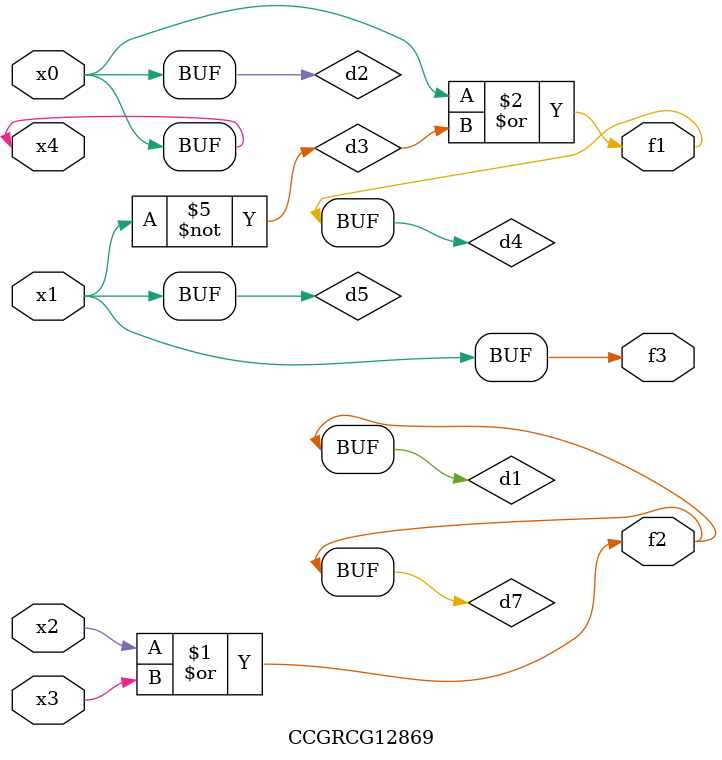
<source format=v>
module CCGRCG12869(
	input x0, x1, x2, x3, x4,
	output f1, f2, f3
);

	wire d1, d2, d3, d4, d5, d6, d7;

	or (d1, x2, x3);
	buf (d2, x0, x4);
	not (d3, x1);
	or (d4, d2, d3);
	not (d5, d3);
	nand (d6, d1, d3);
	or (d7, d1);
	assign f1 = d4;
	assign f2 = d7;
	assign f3 = d5;
endmodule

</source>
